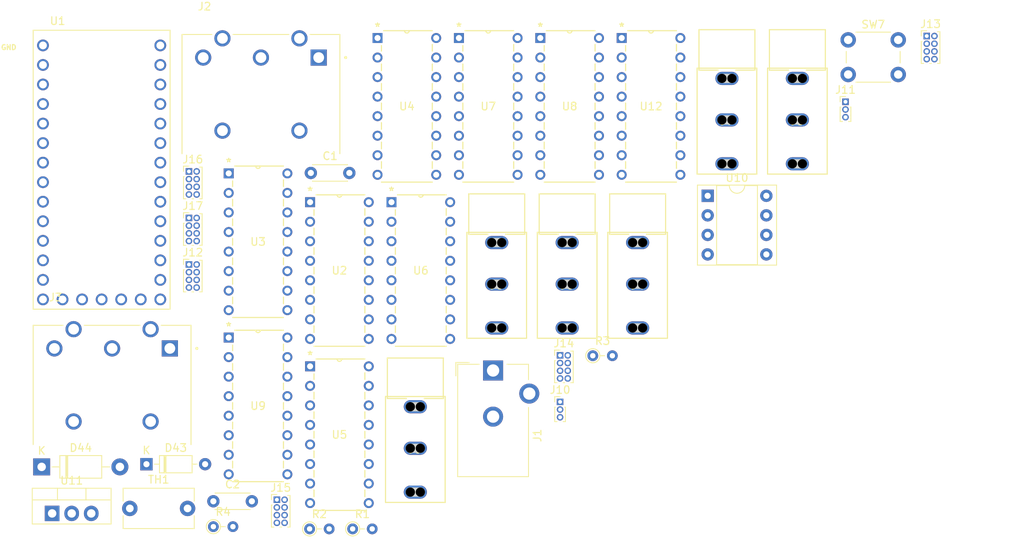
<source format=kicad_pcb>
(kicad_pcb (version 20211014) (generator pcbnew)
  (layers (0 "F.Cu" signal) (31 "B.Cu" signal) (34 "B.Paste" user) (35 "F.Paste" user) (36 "B.SilkS" user "B.Silkscreen") (37 "F.SilkS" user "F.Silkscreen") (38 "B.Mask" user) (39 "F.Mask" user) (44 "Edge.Cuts" user))
  (net 0 "")
  (net 1 "GROUND")
  (net 2 "5VDC")
  (net 3 "Net-(D43-Pad1)")
  (net 4 "Net-(D43-Pad2)")
  (net 7 "Net-(J2-Pad4)")
  (net 8 "Net-(J2-Pad5)")
  (net 12 "Net-(J3-Pad4)")
  (net 13 "MIDI IN")
  (net 14 "MIDI OUT")
  (net 15 "B1_1")
  (net 16 "B1_2")
  (net 17 "B1_3")
  (net 18 "B1_4")
  (net 19 "B1_5")
  (net 20 "B1_6")
  (net 21 "B1_7")
  (net 22 "B2_1")
  (net 23 "B2_2")
  (net 24 "B2_3")
  (net 25 "B2_4")
  (net 26 "B2_5")
  (net 27 "B2_6")
  (net 28 "B2_7")
  (net 29 "B3_1")
  (net 30 "B3_2")
  (net 31 "B3_3")
  (net 32 "B3_4")
  (net 33 "B3_5")
  (net 34 "B3_6")
  (net 35 "B3_7")
  (net 36 "B4_1")
  (net 37 "B4_2")
  (net 38 "B4_3")
  (net 39 "B4_4")
  (net 40 "B4_5")
  (net 41 "B4_6")
  (net 42 "B4_7")
  (net 43 "B5_1")
  (net 44 "B5_2")
  (net 45 "B5_3")
  (net 46 "B5_4")
  (net 47 "B5_5")
  (net 48 "B5_6")
  (net 49 "B5_7")
  (net 50 "B6_1")
  (net 51 "B6_2")
  (net 52 "B6_3")
  (net 53 "B6_4")
  (net 54 "B6_5")
  (net 55 "B6_6")
  (net 56 "B6_7")
  (net 57 "MUX_READ")
  (net 58 "M1")
  (net 59 "M2")
  (net 60 "M3")
  (net 61 "M4")
  (net 62 "M5")
  (net 63 "M6")
  (net 64 "LED")
  (net 65 "MuxB3")
  (net 66 "MuxB2")
  (net 67 "MuxB1")
  (net 71 "B1_8")
  (net 73 "B2_8")
  (net 75 "B3_8")
  (net 77 "B4_8")
  (net 79 "B5_8")
  (net 81 "B6_8")
  (net 91 "A0")
  (net 92 "A1")
  (net 93 "A2")
  (net 94 "A3")
  (net 95 "SDA")
  (net 96 "SCL")
  (net 97 "A4")
  (net 98 "A5")
  (net 104 "Net-(C1-Pad1)")
  (net 105 "Net-(D44-Pad2)")
  (net 106 "+5V")
  (net 107 "Net-(SW7-Pad2)")
  (net 108 "MuxA3")
  (net 109 "Net-(U1-PadVIN)")
  (net 111 "MuxA2")
  (net 112 "MuxA1")
  (net 113 "MUX_OUT")
  (net 114 "MuxBD5")
  (net 115 "MuxBD6")
  (net 116 "MuxBD4")
  (net 117 "MuxBD1")
  (net 118 "MuxBD2")
  (net 119 "MuxBD3")
  (net 120 "3VDC")
  (footprint "Button_Switch_THT:SW_PUSH_6mm" (layer "F.Cu") (at 156.15 28.42)
    (fp_text reference "SW7" (at 3.25 -2) (layer "F.SilkS"))
    (fp_text value "SW_Push_SPDT")
    (pad "1" thru_hole circle (at 6.5 0 90) (size 2 2) (drill 1.1) (layers *.Cu *.Mask) (net 105 "Net-(D44-Pad2)"))
    (pad "1" thru_hole circle (at 0 0 90) (size 2 2) (drill 1.1) (layers *.Cu *.Mask) (net 105 "Net-(D44-Pad2)"))
    (pad "2" thru_hole circle (at 6.5 4.5 90) (size 2 2) (drill 1.1) (layers *.Cu *.Mask) (net 107 "Net-(SW7-Pad2)"))
    (pad "2" thru_hole circle (at 0 4.5 90) (size 2 2) (drill 1.1) (layers *.Cu *.Mask) (net 107 "Net-(SW7-Pad2)"))
  )
  (footprint "audioJack:CONN_MJ-3502" (layer "F.Cu") (at 149.5517 38.9854)
    (fp_text reference "J5" (at 0 0 unlocked) (layer "F.SilkS"))
    (fp_text value "MJ-3502")
    (fp_line (start -0.65 5.544) (end 0.65 5.544) (layer "Edge.Cuts") (width 1.2))
    (fp_line (start -0.65 -5.555999) (end 0.65 -5.555999) (layer "Edge.Cuts") (width 1.2))
    (fp_line (start -0.65 -0.155999) (end 0.65 -0.155999) (layer "Edge.Cuts") (width 1.2))
    (pad "" np_thru_hole circle (at 0.65 -0.155999) (size 1.2 1.2) (drill 1.2) (layers))
    (pad "" np_thru_hole circle (at -0.65 -5.555999) (size 1.2 1.2) (drill 1.2) (layers))
    (pad "" np_thru_hole circle (at 0.65 5.544) (size 1.2 1.2) (drill 1.2) (layers))
    (pad "" np_thru_hole circle (at 0.65 -5.555999) (size 1.2 1.2) (drill 1.2) (layers))
    (pad "" np_thru_hole circle (at -0.65 -0.155999) (size 1.2 1.2) (drill 1.2) (layers))
    (pad "" np_thru_hole circle (at -0.65 5.544) (size 1.2 1.2) (drill 1.2) (layers))
    (pad "1" thru_hole oval (at 0 -5.555999) (size 3.008 1.708) (drill 0.0254) (layers *.Cu *.Mask) (net 1 "GROUND"))
    (pad "2" thru_hole oval (at 0 -0.155999) (size 3.008 1.708) (drill 0.0254) (layers *.Cu *.Mask) (net 1 "GROUND"))
    (pad "3" thru_hole oval (at 0 5.544) (size 3.008 1.708) (drill 0.0254) (layers *.Cu *.Mask) (net 93 "A2"))
  )
  (footprint "cd74hc4051:N16" (layer "F.Cu") (at 93.8829 67.2977)
    (fp_text reference "U2" (at -3.81 -8.89 unlocked) (layer "F.SilkS"))
    (fp_text value "CD74HC4050E")
    (fp_text user "*" (at -7.62 -19.1897) (layer "F.SilkS"))
    (fp_text user "*" (at -7.62 -19.1897 unlocked) (layer "F.SilkS"))
    (pad "1" thru_hole rect (at -7.62 -17.78) (size 1.2954 1.2954) (drill 0.7874) (layers *.Cu *.Mask) (net 2 "5VDC"))
    (pad "2" thru_hole circle (at -7.62 -15.24) (size 1.2954 1.2954) (drill 0.7874) (layers *.Cu *.Mask) (net 112 "MuxA1"))
    (pad "3" thru_hole circle (at -7.62 -12.7) (size 1.2954 1.2954) (drill 0.7874) (layers *.Cu *.Mask) (net 58 "M1"))
    (pad "4" thru_hole circle (at -7.62 -10.16) (size 1.2954 1.2954) (drill 0.7874) (layers *.Cu *.Mask) (net 111 "MuxA2"))
    (pad "5" thru_hole circle (at -7.62 -7.62) (size 1.2954 1.2954) (drill 0.7874) (layers *.Cu *.Mask) (net 59 "M2"))
    (pad "6" thru_hole circle (at -7.62 -5.08) (size 1.2954 1.2954) (drill 0.7874) (layers *.Cu *.Mask) (net 108 "MuxA3"))
    (pad "7" thru_hole circle (at -7.62 -2.54) (size 1.2954 1.2954) (drill 0.7874) (layers *.Cu *.Mask) (net 60 "M3"))
    (pad "8" thru_hole circle (at -7.62 0) (size 1.2954 1.2954) (drill 0.7874) (layers *.Cu *.Mask) (net 1 "GROUND"))
    (pad "9" thru_hole circle (at 0 0) (size 1.2954 1.2954) (drill 0.7874) (layers *.Cu *.Mask) (net 61 "M4"))
    (pad "10" thru_hole circle (at 0 -2.54) (size 1.2954 1.2954) (drill 0.7874) (layers *.Cu *.Mask) (net 67 "MuxB1"))
    (pad "11" thru_hole circle (at 0 -5.08) (size 1.2954 1.2954) (drill 0.7874) (layers *.Cu *.Mask) (net 62 "M5"))
    (pad "12" thru_hole circle (at 0 -7.62) (size 1.2954 1.2954) (drill 0.7874) (layers *.Cu *.Mask) (net 66 "MuxB2"))
    (pad "13" thru_hole circle (at 0 -10.16) (size 1.2954 1.2954) (drill 0.7874) (layers *.Cu *.Mask))
    (pad "14" thru_hole circle (at 0 -12.7) (size 1.2954 1.2954) (drill 0.7874) (layers *.Cu *.Mask) (net 63 "M6"))
    (pad "15" thru_hole circle (at 0 -15.24) (size 1.2954 1.2954) (drill 0.7874) (layers *.Cu *.Mask) (net 65 "MuxB3"))
    (pad "16" thru_hole circle (at 0 -17.78) (size 1.2954 1.2954) (drill 0.7874) (layers *.Cu *.Mask))
  )
  (footprint "Capacitor_THT:C_Disc_D9.0mm_W5.0mm_P7.50mm" (layer "F.Cu") (at 62.85 89.33)
    (fp_text reference "TH1" (at 3.75 -3.75) (layer "F.SilkS"))
    (fp_text value "Thermistor")
    (pad "1" thru_hole circle (at 0 0) (size 2 2) (drill 1) (layers *.Cu *.Mask) (net 2 "5VDC"))
    (pad "2" thru_hole circle (at 7.5 0) (size 2 2) (drill 1) (layers *.Cu *.Mask) (net 107 "Net-(SW7-Pad2)"))
  )
  (footprint "Connector_PinHeader_1.00mm:PinHeader_2x04_P1.00mm_Vertical" (layer "F.Cu") (at 70.53 57.62)
    (fp_text reference "J12" (at 0.5 -1.56) (layer "F.SilkS"))
    (fp_text value "Conn_02x04_Odd_Even_Shielded")
    (pad "1" thru_hole rect (at 0 0) (size 0.85 0.85) (drill 0.5) (layers *.Cu *.Mask) (net 15 "B1_1"))
    (pad "2" thru_hole oval (at 1 0) (size 0.85 0.85) (drill 0.5) (layers *.Cu *.Mask) (net 16 "B1_2"))
    (pad "3" thru_hole oval (at 0 1) (size 0.85 0.85) (drill 0.5) (layers *.Cu *.Mask) (net 17 "B1_3"))
    (pad "4" thru_hole oval (at 1 1) (size 0.85 0.85) (drill 0.5) (layers *.Cu *.Mask) (net 18 "B1_4"))
    (pad "5" thru_hole oval (at 0 2) (size 0.85 0.85) (drill 0.5) (layers *.Cu *.Mask) (net 19 "B1_5"))
    (pad "6" thru_hole oval (at 1 2) (size 0.85 0.85) (drill 0.5) (layers *.Cu *.Mask) (net 20 "B1_6"))
    (pad "7" thru_hole oval (at 0 3) (size 0.85 0.85) (drill 0.5) (layers *.Cu *.Mask) (net 21 "B1_7"))
    (pad "8" thru_hole oval (at 1 3) (size 0.85 0.85) (drill 0.5) (layers *.Cu *.Mask) (net 71 "B1_8"))
  )
  (footprint "Capacitor_THT:C_Disc_D4.3mm_W1.9mm_P5.00mm" (layer "F.Cu") (at 73.7 88.4)
    (fp_text reference "C2" (at 2.5 -2.2) (layer "F.SilkS"))
    (fp_text value "CAP_CERAMIC0402")
    (pad "1" thru_hole circle (at 0 0) (size 1.6 1.6) (drill 0.8) (layers *.Cu *.Mask) (net 104 "Net-(C1-Pad1)"))
    (pad "2" thru_hole circle (at 5 0) (size 1.6 1.6) (drill 0.8) (layers *.Cu *.Mask) (net 1 "GROUND"))
  )
  (footprint "Capacitor_THT:C_Disc_D4.3mm_W1.9mm_P5.00mm" (layer "F.Cu") (at 86.36 45.72)
    (fp_text reference "C1" (at 2.5 -2.2) (layer "F.SilkS"))
    (fp_text value "CAP_CERAMIC0402")
    (pad "1" thru_hole circle (at 0 0) (size 1.6 1.6) (drill 0.8) (layers *.Cu *.Mask) (net 104 "Net-(C1-Pad1)"))
    (pad "2" thru_hole circle (at 5 0) (size 1.6 1.6) (drill 0.8) (layers *.Cu *.Mask) (net 1 "GROUND"))
  )
  (footprint "Resistor_THT:R_Axial_DIN0204_L3.6mm_D1.6mm_P2.54mm_Vertical" (layer "F.Cu") (at 91.79 91.99)
    (fp_text reference "R1" (at 1.27 -1.92) (layer "F.SilkS"))
    (fp_text value "220R")
    (pad "1" thru_hole circle (at 0 0) (size 1.4 1.4) (drill 0.7) (layers *.Cu *.Mask) (net 12 "Net-(J3-Pad4)"))
    (pad "2" thru_hole oval (at 2.54 0) (size 1.4 1.4) (drill 0.7) (layers *.Cu *.Mask) (net 3 "Net-(D43-Pad1)"))
  )
  (footprint "Diode_THT:D_DO-41_SOD81_P10.16mm_Horizontal" (layer "F.Cu") (at 51.4 83.93)
    (fp_text reference "D44" (at 5.08 -2.47) (layer "F.SilkS"))
    (fp_text value "1N4007")
    (fp_text user "K" (at 0 -2.1) (layer "F.SilkS"))
    (pad "1" thru_hole rect (at 0 0) (size 2.2 2.2) (drill 1.1) (layers *.Cu *.Mask) (net 104 "Net-(C1-Pad1)"))
    (pad "2" thru_hole oval (at 10.16 0) (size 2.2 2.2) (drill 1.1) (layers *.Cu *.Mask) (net 105 "Net-(D44-Pad2)"))
  )
  (footprint "Diode_THT:D_DO-35_SOD27_P7.62mm_Horizontal" (layer "F.Cu") (at 65.01 83.58)
    (fp_text reference "D43" (at 3.81 -2.12) (layer "F.SilkS"))
    (fp_text value "1N4148")
    (fp_text user "K" (at 0 -1.8) (layer "F.SilkS"))
    (pad "1" thru_hole rect (at 0 0) (size 1.6 1.6) (drill 0.8) (layers *.Cu *.Mask) (net 3 "Net-(D43-Pad1)"))
    (pad "2" thru_hole oval (at 7.62 0) (size 1.6 1.6) (drill 0.8) (layers *.Cu *.Mask) (net 4 "Net-(D43-Pad2)"))
  )
  (footprint "Connector_BarrelJack:BarrelJack_CUI_PJ-102AH_Horizontal" (layer "F.Cu") (at 110.03 71.4)
    (fp_text reference "J1" (at 5.75 8.45 90) (layer "F.SilkS"))
    (fp_text value "Barrel_Jack")
    (pad "1" thru_hole rect (at 0 0) (size 2.6 2.6) (drill 1.6) (layers *.Cu *.Mask) (net 106 "+5V"))
    (pad "2" thru_hole circle (at 0 6) (size 2.6 2.6) (drill 1.6) (layers *.Cu *.Mask) (net 1 "GROUND"))
    (pad "3" thru_hole circle (at 4.7 3) (size 2.6 2.6) (drill 1.6) (layers *.Cu *.Mask))
  )
  (footprint "Connector_PinHeader_1.00mm:PinHeader_2x04_P1.00mm_Vertical" (layer "F.Cu") (at 70.53 45.52)
    (fp_text reference "J16" (at 0.5 -1.56) (layer "F.SilkS"))
    (fp_text value "Conn_02x04_Odd_Even_Shielded")
    (pad "1" thru_hole rect (at 0 0) (size 0.85 0.85) (drill 0.5) (layers *.Cu *.Mask) (net 43 "B5_1"))
    (pad "2" thru_hole oval (at 1 0) (size 0.85 0.85) (drill 0.5) (layers *.Cu *.Mask) (net 44 "B5_2"))
    (pad "3" thru_hole oval (at 0 1) (size 0.85 0.85) (drill 0.5) (layers *.Cu *.Mask) (net 45 "B5_3"))
    (pad "4" thru_hole oval (at 1 1) (size 0.85 0.85) (drill 0.5) (layers *.Cu *.Mask) (net 46 "B5_4"))
    (pad "5" thru_hole oval (at 0 2) (size 0.85 0.85) (drill 0.5) (layers *.Cu *.Mask) (net 47 "B5_5"))
    (pad "6" thru_hole oval (at 1 2) (size 0.85 0.85) (drill 0.5) (layers *.Cu *.Mask) (net 48 "B5_6"))
    (pad "7" thru_hole oval (at 0 3) (size 0.85 0.85) (drill 0.5) (layers *.Cu *.Mask) (net 49 "B5_7"))
    (pad "8" thru_hole oval (at 1 3) (size 0.85 0.85) (drill 0.5) (layers *.Cu *.Mask) (net 79 "B5_8"))
  )
  (footprint "Connector_PinHeader_1.00mm:PinHeader_1x03_P1.00mm_Vertical" (layer "F.Cu") (at 155.8 36.47)
    (fp_text reference "J11" (at 0 -1.56) (layer "F.SilkS"))
    (fp_text value "Conn_01x03")
    (pad "1" thru_hole rect (at 0 0) (size 0.85 0.85) (drill 0.5) (layers *.Cu *.Mask) (net 120 "3VDC"))
    (pad "2" thru_hole oval (at 0 1) (size 0.85 0.85) (drill 0.5) (layers *.Cu *.Mask) (net 1 "GROUND"))
    (pad "3" thru_hole oval (at 0 2) (size 0.85 0.85) (drill 0.5) (layers *.Cu *.Mask) (net 2 "5VDC"))
  )
  (footprint "Connector_PinHeader_1.00mm:PinHeader_2x04_P1.00mm_Vertical" (layer "F.Cu") (at 166.35 27.92)
    (fp_text reference "J13" (at 0.5 -1.56) (layer "F.SilkS"))
    (fp_text value "Conn_02x04_Odd_Even_Shielded")
    (pad "1" thru_hole rect (at 0 0) (size 0.85 0.85) (drill 0.5) (layers *.Cu *.Mask) (net 22 "B2_1"))
    (pad "2" thru_hole oval (at 1 0) (size 0.85 0.85) (drill 0.5) (layers *.Cu *.Mask) (net 23 "B2_2"))
    (pad "3" thru_hole oval (at 0 1) (size 0.85 0.85) (drill 0.5) (layers *.Cu *.Mask) (net 24 "B2_3"))
    (pad "4" thru_hole oval (at 1 1) (size 0.85 0.85) (drill 0.5) (layers *.Cu *.Mask) (net 25 "B2_4"))
    (pad "5" thru_hole oval (at 0 2) (size 0.85 0.85) (drill 0.5) (layers *.Cu *.Mask) (net 26 "B2_5"))
    (pad "6" thru_hole oval (at 1 2) (size 0.85 0.85) (drill 0.5) (layers *.Cu *.Mask) (net 27 "B2_6"))
    (pad "7" thru_hole oval (at 0 3) (size 0.85 0.85) (drill 0.5) (layers *.Cu *.Mask) (net 28 "B2_7"))
    (pad "8" thru_hole oval (at 1 3) (size 0.85 0.85) (drill 0.5) (layers *.Cu *.Mask) (net 73 "B2_8"))
  )
  (footprint "teensy 4.0:MODULE_DEV-15583" (layer "F.Cu") (at 59.19 45.65)
    (fp_text reference "U1" (at -5.715 -19.685) (layer "F.SilkS"))
    (fp_text value "teensy 4.0")
    (fp_text user "GND" (at -12.065 -16.256) (layer "F.SilkS") (effects (font (size 0.64 0.64))))
    (pad "0" thru_hole circle locked (at -7.62 -13.97) (size 1.53 1.53) (drill 1.02) (layers *.Cu *.Mask) (net 13 "MIDI IN"))
    (pad "1" thru_hole circle locked (at -7.62 -11.43) (size 1.53 1.53) (drill 1.02) (layers *.Cu *.Mask) (net 14 "MIDI OUT"))
    (pad "2" thru_hole circle locked (at -7.62 -8.89) (size 1.53 1.53) (drill 1.02) (layers *.Cu *.Mask))
    (pad "3" thru_hole circle locked (at -7.62 -6.35) (size 1.53 1.53) (drill 1.02) (layers *.Cu *.Mask))
    (pad "3.3V_1" thru_hole circle locked (at -2.54 16.51) (size 1.53 1.53) (drill 1.02) (layers *.Cu *.Mask))
    (pad "3.3V_2" thru_hole circle locked (at 7.62 -11.43) (size 1.53 1.53) (drill 1.02) (layers *.Cu *.Mask) (net 120 "3VDC"))
    (pad "4" thru_hole circle locked (at -7.62 -3.81) (size 1.53 1.53) (drill 1.02) (layers *.Cu *.Mask))
    (pad "5" thru_hole circle locked (at -7.62 -1.27) (size 1.53 1.53) (drill 1.02) (layers *.Cu *.Mask))
    (pad "6" thru_hole circle locked (at -7.62 1.27) (size 1.53 1.53) (drill 1.02) (layers *.Cu *.Mask) (net 64 "LED"))
    (pad "7" thru_hole circle locked (at -7.62 3.81) (size 1.53 1.53) (drill 1.02) (layers *.Cu *.Mask) (net 58 "M1"))
    (pad "8" thru_hole circle locked (at -7.62 6.35) (size 1.53 1.53) (drill 1.02) (layers *.Cu *.Mask) (net 59 "M2"))
    (pad "9" thru_hole circle locked (at -7.62 8.89) (size 1.53 1.53) (drill 1.02) (layers *.Cu *.Mask) (net 60 "M3"))
    (pad "10" thru_hole circle locked (at -7.62 11.43) (size 1.53 1.53) (drill 1.02) (layers *.Cu *.Mask) (net 61 "M4"))
    (pad "11" thru_hole circle locked (at -7.62 13.97) (size 1.53 1.53) (drill 1.02) (layers *.Cu *.Mask) (net 62 "M5"))
    (pad "12" thru_hole circle locked (at -7.62 16.51) (size 1.53 1.53) (drill 1.02) (layers *.Cu *.Mask) (net 63 "M6"))
    (pad "13" thru_hole circle locked (at 7.62 16.51) (size 1.53 1.53) (drill 1.02) (layers *.Cu *.Mask))
    (pad "14" thru_hole circle locked (at 7.62 13.97) (size 1.53 1.53) (drill 1.02) (layers *.Cu *.Mask) (net 91 "A0"))
    (pad "15" thru_hole circle locked (at 7.62 11.43) (size 1.53 1.53) (drill 1.02) (layers *.Cu *.Mask) (net 92 "A1"))
    (pad "16" thru_hole circle locked (at 7.62 8.89) (size 1.53 1.53) (drill 1.02) (layers *.Cu *.Mask) (net 93 "A2"))
    (pad "17" thru_hole circle locked (at 7.62 6.35) (size 1.53 1.53) (drill 1.02) (layers *.Cu *.Mask) (net 94 "A3"))
    (pad "18" thru_hole circle locked (at 7.62 3.81) (size 1.53 1.53) (drill 1.02) (layers *.Cu *.Mask) (net 95 "SDA"))
    (pad "19" thru_hole circle locked (at 7.62 1.27) (size 1.53 1.53) (drill 1.02) (layers *.Cu *.Mask) (net 96 "SCL"))
    (pad "20" thru_hole circle locked (at 7.62 -1.27) (size 1.53 1.53) (drill 1.02) (layers *.Cu *.Mask) (net 97 "A4"))
    (pad "21" thru_hole circle locked (at 7.62 -3.81) (size 1.53 1.53) (drill 1.02) (layers *.Cu *.Mask) (net 98 "A5"))
    (pad "22" thru_hole circle locked (at 7.62 -6.35) (size 1.53 1.53) (drill 1.02) (layers *.Cu *.Mask) (net 57 "MUX_READ"))
    (pad "23" thru_hole circle locked (at 7.62 -8.89) (size 1.53 1.53) (drill 1.02) (layers *.Cu *.Mask))
    (pad "G1" thru_hole circle locked (at -7.62 -16.51) (size 1.53 1.53) (drill 1.02) (layers *.Cu *.Mask) (net 1 "GROUND"))
    (pad "G2" thru_hole circle locked (at 0 16.51) (size 1.53 1.53) (drill 1.02) (layers *.Cu *.Mask) (net 1 "GROUND"))
    (pad "G3" thru_hole circle locked (at 7.62 -13.97) (size 1.53 1.53) (drill 1.02) (layers *.Cu *.Mask) (net 1 "GROUND"))
    (pad "ON-OFF" thru_hole circle locked (at 5.08 16.51) (size 1.53 1.53) (drill 1.02) (layers *.Cu *.Mask))
    (pad "PGM" thru_hole circle locked (at 2.54 16.51) (size 1.53 1.53) (drill 1.02) (layers *.Cu *.Mask))
    (pad "VBAT" thru_hole circle locked (at -5.08 16.51) (size 1.53 1.53) (drill 1.02) (layers *.Cu *.Mask))
    (pad "VIN" thru_hole circle locked (at 7.62 -16.51) (size 1.53 1.53) (drill 1.02) (layers *.Cu *.Mask) (net 109 "Net-(U1-PadVIN)"))
  )
  (footprint "cd74hc4051:N16" (layer "F.Cu") (at 134.3529 45.9577)
    (fp_text reference "U12" (at -3.81 -8.89 unlocked) (layer "F.SilkS"))
    (fp_text value "CD74HC4050E")
    (fp_text user "*" (at -7.62 -19.1897 unlocked) (layer "F.SilkS"))
    (fp_text user "*" (at -7.62 -19.1897) (layer "F.SilkS"))
    (pad "1" thru_hole rect (at -7.62 -17.78) (size 1.2954 1.2954) (drill 0.7874) (layers *.Cu *.Mask) (net 120 "3VDC"))
    (pad "2" thru_hole circle (at -7.62 -15.24) (size 1.2954 1.2954) (drill 0.7874) (layers *.Cu *.Mask) (net 57 "MUX_READ"))
    (pad "3" thru_hole circle (at -7.62 -12.7) (size 1.2954 1.2954) (drill 0.7874) (layers *.Cu *.Mask) (net 117 "MuxBD1"))
    (pad "4" thru_hole circle (at -7.62 -10.16) (size 1.2954 1.2954) (drill 0.7874) (layers *.Cu *.Mask) (net 57 "MUX_READ"))
    (pad "5" thru_hole circle (at -7.62 -7.62) (size 1.2954 1.2954) (drill 0.7874) (layers *.Cu *.Mask) (net 118 "MuxBD2"))
    (pad "6" thru_hole circle (at -7.62 -5.08) (size 1.2954 1.2954) (drill 0.7874) (layers *.Cu *.Mask) (net 57 "MUX_READ"))
    (pad "7" thru_hole circle (at -7.62 -2.54) (size 1.2954 1.2954) (drill 0.7874) (layers *.Cu *.Mask) (net 119 "MuxBD3"))
    (pad "8" thru_hole circle (at -7.62 0) (size 1.2954 1.2954) (drill 0.7874) (layers *.Cu *.Mask) (net 1 "GROUND"))
    (pad "9" thru_hole circle (at 0 0) (size 1.2954 1.2954) (drill 0.7874) (layers *.Cu *.Mask) (net 116 "MuxBD4"))
    (pad "10" thru_hole circle (at 0 -2.54) (size 1.2954 1.2954) (drill 0.7874) (layers *.Cu *.Mask) (net 57 "MUX_READ"))
    (pad "11" thru_hole circle (at 0 -5.08) (size 1.2954 1.2954) (drill 0.7874) (layers *.Cu *.Mask) (net 114 "MuxBD5"))
    (pad "12" thru_hole circle (at 0 -7.62) (size 1.2954 1.2954) (drill 0.7874) (layers *.Cu *.Mask) (net 57 "MUX_READ"))
    (pad "13" thru_hole circle (at 0 -10.16) (size 1.2954 1.2954) (drill 0.7874) (layers *.Cu *.Mask))
    (pad "14" thru_hole circle (at 0 -12.7) (size 1.2954 1.2954) (drill 0.7874) (layers *.Cu *.Mask) (net 115 "MuxBD6"))
    (pad "15" thru_hole circle (at 0 -15.24) (size 1.2954 1.2954) (drill 0.7874) (layers *.Cu *.Mask) (net 57 "MUX_READ"))
    (pad "16" thru_hole circle (at 0 -17.78) (size 1.2954 1.2954) (drill 0.7874) (layers *.Cu *.Mask))
  )
  (footprint "midiJack:KYCON_KCDX-5S-N" (layer "F.Cu") (at 60.55 73.28)
    (fp_text reference "J3" (at -7.325 -11.385) (layer "F.SilkS"))
    (fp_text value "MIDI IN")
    (pad "1" thru_hole rect locked (at 7.5 -4.75) (size 2.1 2.1) (drill 1.4) (layers *.Cu *.Mask))
    (pad "2" thru_hole circle locked (at 0 -4.75) (size 2.1 2.1) (drill 1.4) (layers *.Cu *.Mask))
    (pad "3" thru_hole circle locked (at -7.5 -4.75) (size 2.1 2.1) (drill 1.4) (layers *.Cu *.Mask))
    (pad "4" thru_hole circle locked (at 5 -7.25) (size 2.1 2.1) (drill 1.4) (layers *.Cu *.Mask) (net 12 "Net-(J3-Pad4)"))
    (pad "5" thru_hole circle locked (at -5 -7.25) (size 2.1 2.1) (drill 1.4) (layers *.Cu *.Mask) (net 4 "Net-(D43-Pad2)"))
    (pad "G1" thru_hole circle locked (at -5 4.75) (size 2.1 2.1) (drill 1.4) (layers *.Cu *.Mask))
    (pad "G2" thru_hole circle locked (at 5 4.75) (size 2.1 2.1) (drill 1.4) (layers *.Cu *.Mask))
  )
  (footprint "cd74hc4051:N16" (layer "F.Cu") (at 104.4529 67.2977)
    (fp_text reference "U6" (at -3.81 -8.89 unlocked) (layer "F.SilkS"))
    (fp_text value "74HC4051")
    (fp_text user "*" (at -7.62 -19.1897) (layer "F.SilkS"))
    (fp_text user "*" (at -7.62 -19.1897 unlocked) (layer "F.SilkS"))
    (pad "1" thru_hole rect (at -7.62 -17.78) (size 1.2954 1.2954) (drill 0.7874) (layers *.Cu *.Mask) (net 33 "B3_5"))
    (pad "2" thru_hole circle (at -7.62 -15.24) (size 1.2954 1.2954) (drill 0.7874) (layers *.Cu *.Mask) (net 35 "B3_7"))
    (pad "3" thru_hole circle (at -7.62 -12.7) (size 1.2954 1.2954) (drill 0.7874) (layers *.Cu *.Mask) (net 119 "MuxBD3"))
    (pad "4" thru_hole circle (at -7.62 -10.16) (size 1.2954 1.2954) (drill 0.7874) (layers *.Cu *.Mask) (net 75 "B3_8"))
    (pad "5" thru_hole circle (at -7.62 -7.62) (size 1.2954 1.2954) (drill 0.7874) (layers *.Cu *.Mask) (net 34 "B3_6"))
    (pad "6" thru_hole circle (at -7.62 -5.08) (size 1.2954 1.2954) (drill 0.7874) (layers *.Cu *.Mask) (net 1 "GROUND"))
    (pad "7" thru_hole circle (at -7.62 -2.54) (size 1.2954 1.2954) (drill 0.7874) (layers *.Cu *.Mask))
    (pad "8" thru_hole circle (at -7.62 0) (size 1.2954 1.2954) (drill 0.7874) (layers *.Cu *.Mask) (net 1 "GROUND"))
    (pad "9" thru_hole circle (at 0 0) (size 1.2954 1.2954) (drill 0.7874) (layers *.Cu *.Mask) (net 65 "MuxB3"))
    (pad "10" thru_hole circle (at 0 -2.54) (size 1.2954 1.2954) (drill 0.7874) (layers *.Cu *.Mask) (net 66 "MuxB2"))
    (pad "11" thru_hole circle (at 0 -5.08) (size 1.2954 1.2954) (drill 0.7874) (layers *.Cu *.Mask) (net 67 "MuxB1"))
    (pad "12" thru_hole circle (at 0 -7.62) (size 1.2954 1.2954) (drill 0.7874) (layers *.Cu *.Mask) (net 32 "B3_4"))
    (pad "13" thru_hole circle (at 0 -10.16) (size 1.2954 1.2954) (drill 0.7874) (layers *.Cu *.Mask) (net 29 "B3_1"))
    (pad "14" thru_hole circle (at 0 -12.7) (size 1.2954 1.2954) (drill 0.7874) (layers *.Cu *.Mask) (net 30 "B3_2"))
    (pad "15" thru_hole circle (at 0 -15.24) (size 1.2954 1.2954) (drill 0.7874) (layers *.Cu *.Mask) (net 31 "B3_3"))
    (pad "16" thru_hole circle (at 0 -17.78) (size 1.2954 1.2954) (drill 0.7874) (layers *.Cu *.Mask) (net 2 "5VDC"))
  )
  (footprint "cd74hc4051:N16" (layer "F.Cu") (at 83.3129 63.5577)
    (fp_text reference "U3" (at -3.81 -8.89 unlocked) (layer "F.SilkS"))
    (fp_text value "74HC4051")
    (fp_text user "*" (at -7.62 -19.1897 unlocked) (layer "F.SilkS"))
    (fp_text user "*" (at -7.62 -19.1897) (layer "F.SilkS"))
    (pad "1" thru_hole rect (at -7.62 -17.78) (size 1.2954 1.2954) (drill 0.7874) (layers *.Cu *.Mask) (net 114 "MuxBD5"))
    (pad "2" thru_hole circle (at -7.62 -15.24) (size 1.2954 1.2954) (drill 0.7874) (layers *.Cu *.Mask))
    (pad "3" thru_hole circle (at -7.62 -12.7) (size 1.2954 1.2954) (drill 0.7874) (layers *.Cu *.Mask) (net 113 "MUX_OUT"))
    (pad "4" thru_hole circle (at -7.62 -10.16) (size 1.2954 1.2954) (drill 0.7874) (layers *.Cu *.Mask))
    (pad "5" thru_hole circle (at -7.62 -7.62) (size 1.2954 1.2954) (drill 0.7874) (layers *.Cu *.Mask) (net 115 "MuxBD6"))
    (pad "6" thru_hole circle (at -7.62 -5.08) (size 1.2954 1.2954) (drill 0.7874) (layers *.Cu *.Mask) (net 1 "GROUND"))
    (pad "7" thru_hole circle (at -7.62 -2.54) (size 1.2954 1.2954) (drill 0.7874) (layers *.Cu *.Mask))
    (pad "8" thru_hole circle (at -7.62 0) (size 1.2954 1.2954) (drill 0.7874) (layers *.Cu *.Mask) (net 1 "GROUND"))
    (pad "9" thru_hole circle (at 0 0) (size 1.2954 1.2954) (drill 0.7874) (layers *.Cu *.Mask) (net 108 "MuxA3"))
    (pad "10" thru_hole circle (at 0 -2.54) (size 1.2954 1.2954) (drill 0.7874) (layers *.Cu *.Mask) (net 111 "MuxA2"))
    (pad "11" thru_hole circle (at 0 -5.08) (size 1.2954 1.2954) (drill 0.7874) (layers *.Cu *.Mask) (net 112 "MuxA1"))
    (pad "12" thru_hole circle (at 0 -7.62) (size 1.2954 1.2954) (drill 0.7874) (layers *.Cu *.Mask) (net 116 "MuxBD4"))
    (pad "13" thru_hole circle (at 0 -10.16) (size 1.2954 1.2954) (drill 0.7874) (layers *.Cu *.Mask) (net 117 "MuxBD1"))
    (pad "14" thru_hole circle (at 0 -12.7) (size 1.2954 1.2954) (drill 0.7874) (layers *.Cu *.Mask) (net 118 "MuxBD2"))
    (pad "15" thru_hole circle (at 0 -15.24) (size 1.2954 1.2954) (drill 0.7874) (layers *.Cu *.Mask) (net 119 "MuxBD3"))
    (pad "16" thru_hole circle (at 0 -17.78) (size 1.2954 1.2954) (drill 0.7874) (layers *.Cu *.Mask) (net 2 "5VDC"))
  )
  (footprint "audioJack:CONN_MJ-3502" (layer "F.Cu") (at 140.4017 38.9854)
    (fp_text reference "J7" (at 0 0 unlocked) (layer "F.SilkS"))
    (fp_text value "MJ-3502")
    (fp_line (start -0.65 -5.555999) (end 0.65 -5.555999) (layer "Edge.Cuts") (width 1.2))
    (fp_line (start -0.65 5.544) (end 0.65 5.544) (layer "Edge.Cuts") (width 1.2))
    (fp_line (start -0.65 -0.155999) (end 0.65 -0.155999) (layer "Edge.Cuts") (width 1.2))
    (pad "" np_thru_hole circle (at -0.65 -0.155999) (size 1.2 1.2) (drill 1.2) (layers))
    (pad "" np_thru_hole circle (at 0.65 -5.555999) (size 1.2 1.2) (drill 1.2) (layers))
    (pad "" np_thru_hole circle (at -0.65 -5.555999) (size 1.2 1.2) (drill 1.2) (layers))
    (pad "" np_thru_hole circle (at 0.65 5.544) (size 1.2 1.2) (drill 1.2) (layers))
    (pad "" np_thru_hole circle (at -0.65 5.544) (size 1.2 1.2) (drill 1.2) (layers))
    (pad "" np_thru_hole circle (at 0.65 -0.155999) (size 1.2 1.2) (drill 1.2) (layers))
    (pad "1" thru_hole oval (at 0 -5.555999) (size 3.008 1.708) (drill 0.0254) (layers *.Cu *.Mask) (net 1 "GROUND"))
    (pad "2" thru_hole oval (at 0 -0.155999) (size 3.008 1.708) (drill 0.0254) (layers *.Cu *.Mask) (net 1 "GROUND"))
    (pad "3" thru_hole oval (at 0 5.544) (size 3.008 1.708) (drill 0.0254) (layers *.Cu *.Mask) (net 91 "A0"))
  )
  (footprint "cd74hc4051:N16" (layer "F.Cu") (at 93.8829 88.6377)
    (fp_text reference "U5" (at -3.81 -8.89 unlocked) (layer "F.SilkS"))
    (fp_text value "74HC4051")
    (fp_text user "*" (at -7.62 -19.1897) (layer "F.SilkS"))
    (fp_text user "*" (at -7.62 -19.1897 unlocked) (layer "F.SilkS"))
    (pad "1" thru_hole rect (at -7.62 -17.78) (size 1.2954 1.2954) (drill 0.7874) (layers *.Cu *.Mask) (net 26 "B2_5"))
    (pad "2" thru_hole circle (at -7.62 -15.24) (size 1.2954 1.2954) (drill 0.7874) (layers *.Cu *.Mask) (net 28 "B2_7"))
    (pad "3" thru_hole circle (at -7.62 -12.7) (size 1.2954 1.2954) (drill 0.7874) (layers *.Cu *.Mask) (net 118 "MuxBD2"))
    (pad "4" thru_hole circle (at -7.62 -10.16) (size 1.2954 1.2954) (drill 0.7874) (layers *.Cu *.Mask) (net 73 "B2_8"))
    (pad "5" thru_hole circle (at -7.62 -7.62) (size 1.2954 1.2954) (drill 0.7874) (layers *.Cu *.Mask) (net 27 "B2_6"))
    (pad "6" thru_hole circle (at -7.62 -5.08) (size 1.2954 1.2954) (drill 0.7874) (layers *.Cu *.Mask) (net 1 "GROUND"))
    (pad "7" thru_hole circle (at -7.62 -2.54) (size 1.2954 1.2954) (drill 0.7874) (layers *.Cu *.Mask))
    (pad "8" thru_hole circle (at -7.62 0) (size 1.2954 1.2954) (drill 0.7874) (layers *.Cu *.Mask) (net 1 "GROUND"))
    (pad "9" thru_hole circle (at 0 0) (size 1.2954 1.2954) (drill 0.7874) (layers *.Cu *.Mask) (net 65 "MuxB3"))
    (pad "10" thru_hole circle (at 0 -2.54) (size 1.2954 1.2954) (drill 0.7874) (layers *.Cu *.Mask) (net 66 "MuxB2"))
    (pad "11" thru_hole circle (at 0 -5.08) (size 1.2954 1.2954) (drill 0.7874) (layers *.Cu *.Mask) (net 67 "MuxB1"))
    (pad "12" thru_hole circle (at 0 -7.62) (size 1.2954 1.2954) (drill 0.7874) (layers *.Cu *.Mask) (net 25 "B2_4"))
    (pad "13" thru_hole circle (at 0 -10.16) (size 1.2954 1.2954) (drill 0.7874) (layers *.Cu *.Mask) (net 22 "B2_1"))
    (pad "14" thru_hole circle (at 0 -12.7) (size 1.2954 1.2954) (drill 0.7874) (layers *.Cu *.Mask) (net 23 "B2_2"))
    (pad "15" thru_hole circle (at 0 -15.24) (size 1.2954 1.2954) (drill 0.7874) (layers *.Cu *.Mask) (net 24 "B2_3"))
    (pad "16" thru_hole circle (at 0 -17.78) (size 1.2954 1.2954) (drill 0.7874) (layers *.Cu *.Mask) (net 2 "5VDC"))
  )
  (footprint "Connector_PinHeader_1.00mm:PinHeader_2x04_P1.00mm_Vertical" (layer "F.Cu") (at 70.53 51.57)
    (fp_text reference "J17" (at 0.5 -1.56) (layer "F.SilkS"))
    (fp_text value "Conn_02x04_Odd_Even_Shielded")
    (pad "1" thru_hole rect (at 0 0) (size 0.85 0.85) (drill 0.5) (layers *.Cu *.Mask) (net 50 "B6_1"))
    (pad "2" thru_hole oval (at 1 0) (size 0.85 0.85) (drill 0.5) (layers *.Cu *.Mask) (net 51 "B6_2"))
    (pad "3" thru_hole oval (at 0 1) (size 0.85 0.85) (drill 0.5) (layers *.Cu *.Mask) (net 52 "B6_3"))
    (pad "4" thru_hole oval (at 1 1) (size 0.85 0.85) (drill 0.5) (layers *.Cu *.Mask) (net 53 "B6_4"))
    (pad "5" thru_hole oval (at 0 2) (size 0.85 0.85) (drill 0.5) (layers *.Cu *.Mask) (net 54 "B6_5"))
    (pad "6" thru_hole oval (at 1 2) (size 0.85 0.85) (drill 0.5) (layers *.Cu *.Mask) (net 55 "B6_6"))
    (pad "7" thru_hole oval (at 0 3) (size 0.85 0.85) (drill 0.5) (layers *.Cu *.Mask) (net 56 "B6_7"))
    (pad "8" thru_hole oval (at 1 3) (size 0.85 0.85) (drill 0.5) (layers *.Cu *.Mask) (net 81 "B6_8"))
  )
  (footprint "audioJack:CONN_MJ-3502" (layer "F.Cu") (at 119.6517 60.3254)
    (fp_text reference "J6" (at 0 0 unlocked) (layer "F.SilkS"))
    (fp_text value "MJ-3502")
    (fp_line (start -0.65 -0.155999) (end 0.65 -0.155999) (layer "Edge.Cuts") (width 1.2))
    (fp_line (start -0.65 -5.555999) (end 0.65 -5.555999) (layer "Edge.Cuts") (width 1.2))
    (fp_line (start -0.65 5.544) (end 0.65 5.544) (layer "Edge.Cuts") (width 1.2))
    (pad "" np_thru_hole circle (at -0.65 -5.555999) (size 1.2 1.2) (drill 1.2) (layers))
    (pad "" np_thru_hole circle (at 0.65 -0.155999) (size 1.2 1.2) (drill 1.2) (layers))
    (pad "" np_thru_hole circle (at 0.65 5.544) (size 1.2 1.2) (drill 1.2) (layers))
    (pad "" np_thru_hole circle (at -0.65 5.544) (size 1.2 1.2) (drill 1.2) (layers))
    (pad "" np_thru_hole circle (at 0.65 -5.555999) (size 1.2 1.2) (drill 1.2) (layers))
    (pad "" np_thru_hole circle (at -0.65 -0.155999) (size 1.2 1.2) (drill 1.2) (layers))
    (pad "1" thru_hole oval (at 0 -5.555999) (size 3.008 1.708) (drill 0.0254) (layers *.Cu *.Mask) (net 1 "GROUND"))
    (pad "2" thru_hole oval (at 0 -0.155999) (size 3.008 1.708) (drill 0.0254) (layers *.Cu *.Mask) (net 1 "GROUND"))
    (pad "3" thru_hole oval (at 0 5.544) (size 3.008 1.708) (drill 0.0254) (layers *.Cu *.Mask) (net 92 "A1"))
  )
  (footprint "Resistor_THT:R_Axial_DIN0204_L3.6mm_D1.6mm_P2.54mm_Vertical" (layer "F.Cu") (at 86.2 91.99)
    (fp_text reference "R2" (at 1.27 -1.92) (layer "F.SilkS"))
    (fp_text value "220R")
    (pad "1" thru_hole circle (at 0 0) (size 1.4 1.4) (drill 0.7) (layers *.Cu *.Mask) (net 2 "5VDC"))
    (pad "2" thru_hole oval (at 2.54 0) (size 1.4 1.4) (drill 0.7) (layers *.Cu *.Mask) (net 13 "MIDI IN"))
  )
  (footprint "cd74hc4051:N16" (layer "F.Cu") (at 83.3129 84.8977)
    (fp_text reference "U9" (at -3.81 -8.89 unlocked) (layer "F.SilkS"))
    (fp_text value "74HC4051")
    (fp_text user "*" (at -7.62 -19.1897 unlocked) (layer "F.SilkS"))
    (fp_text user "*" (at -7.62 -19.1897) (layer "F.SilkS"))
    (pad "1" thru_hole rect (at -7.62 -17.78) (size 1.2954 1.2954) (drill 0.7874) (layers *.Cu *.Mask) (net 54 "B6_5"))
    (pad "2" thru_hole circle (at -7.62 -15.24) (size 1.2954 1.2954) (drill 0.7874) (layers *.Cu *.Mask) (net 56 "B6_7"))
    (pad "3" thru_hole circle (at -7.62 -12.7) (size 1.2954 1.2954) (drill 0.7874) (layers *.Cu *.Mask) (net 115 "MuxBD6"))
    (pad "4" thru_hole circle (at -7.62 -10.16) (size 1.2954 1.2954) (drill 0.7874) (layers *.Cu *.Mask) (net 81 "B6_8"))
    (pad "5" thru_hole circle (at -7.62 -7.62) (size 1.2954 1.2954) (drill 0.7874) (layers *.Cu *.Mask) (net 55 "B6_6"))
    (pad "6" thru_hole circle (at -7.62 -5.08) (size 1.2954 1.2954) (drill 0.7874) (layers *.Cu *.Mask) (net 1 "GROUND"))
    (pad "7" thru_hole circle (at -7.62 -2.54) (size 1.2954 1.2954) (drill 0.7874) (layers *.Cu *.Mask))
    (pad "8" thru_hole circle (at -7.62 0) (size 1.2954 1.2954) (drill 0.7874) (layers *.Cu *.Mask) (net 1 "GROUND"))
    (pad "9" thru_hole circle (at 0 0) (size 1.2954 1.2954) (drill 0.7874) (layers *.Cu *.Mask) (net 65 "MuxB3"))
    (pad "10" thru_hole circle (at 0 -2.54) (size 1.2954 1.2954) (drill 0.7874) (layers *.Cu *.Mask) (net 66 "MuxB2"))
    (pad "11" thru_hole circle (at 0 -5.08) (size 1.2954 1.2954) (drill 0.7874) (layers *.Cu *.Mask) (net 67 "MuxB1"))
    (pad "12" thru_hole circle (at 0 -7.62) (size 1.2954 1.2954) (drill 0.7874) (layers *.Cu *.Mask) (net 53 "B6_4"))
    (pad "13" thru_hole circle (at 0 -10.16) (size 1.2954 1.2954) (drill 0.7874) (layers *.Cu *.Mask) (net 50 "B6_1"))
    (pad "14" thru_hole circle (at 0 -12.7) (size 1.2954 1.2954) (drill 0.7874) (layers *.Cu *.Mask) (net 51 "B6_2"))
    (pad "15" thru_hole circle (at 0 -15.24) (size 1.2954 1.2954) (drill 0.7874) (layers *.Cu *.Mask) (net 52 "B6_3"))
    (pad "16" thru_hole circle (at 0 -17.78) (size 1.2954 1.2954) (drill 0.7874) (layers *.Cu *.Mask) (net 2 "5VDC"))
  )
  (footprint "Package_DIP:DIP-8_W7.62mm_Socket" (layer "F.Cu") (at 137.9 48.69)
    (fp_text reference "U10" (at 3.81 -2.33) (layer "F.SilkS"))
    (fp_text value "6N138")
    (pad "1" thru_hole rect (at 0 0) (size 1.6 1.6) (drill 0.8) (layers *.Cu *.Mask))
    (pad "2" thru_hole oval (at 0 2.54) (size 1.6 1.6) (drill 0.8) (layers *.Cu *.Mask) (net 3 "Net-(D43-Pad1)"))
    (pad "3" thru_hole oval (at 0 5.08) (size 1.6 1.6) (drill 0.8) (layers *.Cu *.Mask) (net 4 "Net-(D43-Pad2)"))
    (pad "4" thru_hole oval (at 0 7.62) (size 1.6 1.6) (drill 0.8) (layers *.Cu *.Mask))
    (pad "5" thru_hole oval (at 7.62 7.62) (size 1.6 1.6) (drill 0.8) (layers *.Cu *.Mask) (net 1 "GROUND"))
    (pad "6" thru_hole oval (at 7.62 5.08) (size 1.6 1.6) (drill 0.8) (layers *.Cu *.Mask) (net 13 "MIDI IN"))
    (pad "7" thru_hole oval (at 7.62 2.54) (size 1.6 1.6) (drill 0.8) (layers *.Cu *.Mask))
    (pad "8" thru_hole oval (at 7.62 0) (size 1.6 1.6) (drill 0.8) (layers *.Cu *.Mask) (net 2 "5VDC"))
  )
  (footprint "cd74hc4051:N16" (layer "F.Cu") (at 123.7829 45.9577)
    (fp_text reference "U8" (at -3.81 -8.89 unlocked) (layer "F.SilkS"))
    (fp_text value "74HC4051")
    (fp_text user "*" (at -7.62 -19.1897 unlocked) (layer "F.SilkS"))
    (fp_text user "*" (at -7.62 -19.1897) (layer "F.SilkS"))
    (pad "1" thru_hole rect (at -7.62 -17.78) (size 1.2954 1.2954) (drill 0.7874) (layers *.Cu *.Mask) (net 47 "B5_5"))
    (pad "2" thru_hole circle (at -7.62 -15.24) (size 1.2954 1.2954) (drill 0.7874) (layers *.Cu *.Mask) (net 49 "B5_7"))
    (pad "3" thru_hole circle (at -7.62 -12.7) (size 1.2954 1.2954) (drill 0.7874) (layers *.Cu *.Mask) (net 114 "MuxBD5"))
    (pad "4" thru_hole circle (at -7.62 -10.16) (size 1.2954 1.2954) (drill 0.7874) (layers *.Cu *.Mask) (net 79 "B5_8"))
    (pad "5" thru_hole circle (at -7.62 -7.62) (size 1.2954 1.2954) (drill 0.7874) (layers *.Cu *.Mask) (net 48 "B5_6"))
    (pad "6" thru_hole circle (at -7.62 -5.08) (size 1.2954 1.2954) (drill 0.7874) (layers *.Cu *.Mask) (net 1 "GROUND"))
    (pad "7" thru_hole circle (at -7.62 -2.54) (size 1.2954 1.2954) (drill 0.7874) (layers *.Cu *.Mask))
    (pad "8" thru_hole circle (at -7.62 0) (size 1.2954 1.2954) (drill 0.7874) (layers *.Cu *.Mask) (net 1 "GROUND"))
    (pad "9" thru_hole circle (at 0 0) (size 1.2954 1.2954) (drill 0.7874) (layers *.Cu *.Mask) (net 65 "MuxB3"))
    (pad "10" thru_hole circle (at 0 -2.54) (size 1.2954 1.2954) (drill 0.7874) (layers *.Cu *.Mask) (net 66 "MuxB2"))
    (pad "11" thru_hole circle (at 0 -5.08) (size 1.2954 1.2954) (drill 0.7874) (layers *.Cu *.Mask) (net 67 "MuxB1"))
    (pad "12" thru_hole circle (at 0 -7.62) (size 1.2954 1.2954) (drill 0.7874) (layers *.Cu *.Mask) (net 46 "B5_4"))
    (pad "13" thru_hole circle (at 0 -10.16) (size 1.2954 1.2954) (drill 0.7874) (layers *.Cu *.Mask) (net 43 "B5_1"))
    (pad "14" thru_hole circle (at 0 -12.7) (size 1.2954 1.2954) (drill 0.7874) (layers *.Cu *.Mask) (net 44 "B5_2"))
    (pad "15" thru_hole circle (at 0 -15.24) (size 1.2954 1.2954) (drill 0.7874) (layers *.Cu *.Mask) (net 45 "B5_3"))
    (pad "16" thru_hole circle (at 0 -17.78) (size 1.2954 1.2954) (drill 0.7874) (layers *.Cu *.Mask) (net 2 "5VDC"))
  )
  (footprint "Connector_PinHeader_1.00mm:PinHeader_1x03_P1.00mm_Vertical" (layer "F.Cu") (at 118.73 75.48)
    (fp_text reference "J10" (at 0 -1.56) (layer "F.SilkS"))
    (fp_text value "Conn_01x03")
    (pad "1" thru_hole rect (at 0 0) (size 0.85 0.85) (drill 0.5) (layers *.Cu *.Mask) (net 96 "SCL"))
    (pad "2" thru_hole oval (at 0 1) (size 0.85 0.85) (drill 0.5) (layers *.Cu *.Mask) (net 95 "SDA"))
    (pad "3" thru_hole oval (at 0 2) (size 0.85 0.85) (drill 0.5) (layers *.Cu *.Mask) (net 64 "LED"))
  )
  (footprint "cd74hc4051:N16" (layer "F.Cu") (at 102.6429 45.9577)
    (fp_text reference "U4" (at -3.81 -8.89 unlocked) (layer "F.SilkS"))
    (fp_text value "74HC4051")
    (fp_text user "*" (at -7.62 -19.1897) (layer "F.SilkS"))
    (fp_text user "*" (at -7.62 -19.1897 unlocked) (layer "F.SilkS"))
    (pad "1" thru_hole rect (at -7.62 -17.78) (size 1.2954 1.2954) (drill 0.7874) (layers *.Cu *.Mask) (net 19 "B1_5"))
    (pad "2" thru_hole circle (at -7.62 -15.24) (size 1.2954 1.2954) (drill 0.7874) (layers *.Cu *.Mask) (net 21 "B1_7"))
    (pad "3" thru_hole circle (at -7.62 -12.7) (size 1.2954 1.2954) (drill 0.7874) (layers *.Cu *.Mask) (net 117 "MuxBD1"))
    (pad "4" thru_hole circle (at -7.62 -10.16) (size 1.2954 1.2954) (drill 0.7874) (layers *.Cu *.Mask) (net 71 "B1_8"))
    (pad "5" thru_hole circle (at -7.62 -7.62) (size 1.2954 1.2954) (drill 0.7874) (layers *.Cu *.Mask) (net 20 "B1_6"))
    (pad "6" thru_hole circle (at -7.62 -5.08) (size 1.2954 1.2954) (drill 0.7874) (layers *.Cu *.Mask) (net 1 "GROUND"))
    (pad "7" thru_hole circle (at -7.62 -2.54) (size 1.2954 1.2954) (drill 0.7874) (layers *.Cu *.Mask))
    (pad "8" thru_hole circle (at -7.62 0) (size 1.2954 1.2954) (drill 0.7874) (layers *.Cu *.Mask) (net 1 "GROUND"))
    (pad "9" thru_hole circle (at 0 0) (size 1.2954 1.2954) (drill 0.7874) (layers *.Cu *.Mask) (net 65 "MuxB3"))
    (pad "10" thru_hole circle (at 0 -2.54) (size 1.2954 1.2954) (drill 0.7874) (layers *.Cu *.Mask) (net 66 "MuxB2"))
    (pad "11" thru_hole circle (at 0 -5.08) (size 1.2954 1.2954) (drill 0.7874) (layers *.Cu *.Mask) (net 67 "MuxB1"))
    (pad "12" thru_hole circle (at 0 -7.62) (size 1.2954 1.2954) (drill 0.7874) (layers *.Cu *.Mask) (net 18 "B1_4"))
    (pad "13" thru_hole circle (at 0 -10.16) (size 1.2954 1.2954) (drill 0.7874) (layers *.Cu *.Mask) (net 15 "B1_1"))
    (pad "14" thru_hole circle (at 0 -12.7) (size 1.2954 1.2954) (drill 0.7874) (layers *.Cu *.Mask) (net 16 "B1_2"))
    (pad "15" thru_hole circle (at 0 -15.24) (size 1.2954 1.2954) (drill 0.7874) (layers *.Cu *.Mask) (net 17 "B1_3"))
    (pad "16" thru_hole circle (at 0 -17.78) (size 1.2954 1.2954) (drill 0.7874) (layers *.Cu *.Mask) (net 2 "5VDC"))
  )
  (footprint "audioJack:CONN_MJ-3502" (layer "F.Cu") (at 99.9317 81.6654)
    (fp_text reference "J9" (at 0 0 unlocked) (layer "F.SilkS"))
    (fp_text value "MJ-3502")
    (fp_line (start -0.65 -5.555999) (end 0.65 -5.555999) (layer "Edge.Cuts") (width 1.2))
    (fp_line (start -0.65 5.544) (end 0.65 5.544) (layer "Edge.Cuts") (width 1.2))
    (fp_line (start -0.65 -0.155999) (end 0.65 -0.155999) (layer "Edge.Cuts") (width 1.2))
    (pad "" np_thru_hole circle (at -0.65 -5.555999) (size 1.2 1.2) (drill 1.2) (layers))
    (pad "" np_thru_hole circle (at -0.65 -0.155999) (size 1.2 1.2) (drill 1.2) (layers))
    (pad "" np_thru_hole circle (at -0.65 5.544) (size 1.2 1.2) (drill 1.2) (layers))
    (pad "" np_thru_hole circle (at 0.65 -5.555999) (size 1.2 1.2) (drill 1.2) (layers))
    (pad "" np_thru_hole circle (at 0.65 -0.155999) (size 1.2 1.2) (drill 1.2) (layers))
    (pad "" np_thru_hole circle (at 0.65 5.544) (size 1.2 1.2) (drill 1.2) (layers))
    (pad "1" thru_hole oval (at 0 -5.555999) (size 3.008 1.708) (drill 0.0254) (layers *.Cu *.Mask) (net 1 "GROUND"))
    (pad "2" thru_hole oval (at 0 -0.155999) (size 3.008 1.708) (drill 0.0254) (layers *.Cu *.Mask) (net 1 "GROUND"))
    (pad "3" thru_hole oval (at 0 5.544) (size 3.008 1.708) (drill 0.0254) (layers *.Cu *.Mask) (net 98 "A5"))
  )
  (footprint "cd74hc4051:N16" (layer "F.Cu") (at 113.2129 45.9577)
    (fp_text reference "U7" (at -3.81 -8.89 unlocked) (layer "F.SilkS"))
    (fp_text value "74HC4051")
    (fp_text user "*" (at -7.62 -19.1897) (layer "F.SilkS"))
    (fp_text user "*" (at -7.62 -19.1897 unlocked) (layer "F.SilkS"))
    (pad "1" thru_hole rect (at -7.62 -17.78) (size 1.2954 1.2954) (drill 0.7874) (layers *.Cu *.Mask) (net 40 "B4_5"))
    (pad "2" thru_hole circle (at -7.62 -15.24) (size 1.2954 1.2954) (drill 0.7874) (layers *.Cu *.Mask) (net 42 "B4_7"))
    (pad "3" thru_hole circle (at -7.62 -12.7) (size 1.2954 1.2954) (drill 0.7874) (layers *.Cu *.Mask) (net 116 "MuxBD4"))
    (pad "4" thru_hole circle (at -7.62 -10.16) (size 1.2954 1.2954) (drill 0.7874) (layers *.Cu *.Mask) (net 77 "B4_8"))
    (pad "5" thru_hole circle (at -7.62 -7.62) (size 1.2954 1.2954) (drill 0.7874) (layers *.Cu *.Mask) (net 41 "B4_6"))
    (pad "6" thru_hole circle (at -7.62 -5.08) (size 1.2954 1.2954) (drill 0.7874) (layers *.Cu *.Mask) (net 1 "GROUND"))
    (pad "7" thru_hole circle (at -7.62 -2.54) (size 1.2954 1.2954) (drill 0.7874) (layers *.Cu *.Mask))
    (pad "8" thru_hole circle (at -7.62 0) (size 1.2954 1.2954) (drill 0.7874) (layers *.Cu *.Mask) (net 1 "GROUND"))
    (pad "9" thru_hole circle (at 0 0) (size 1.2954 1.2954) (drill 0.7874) (layers *.Cu *.Mask) (net 65 "MuxB3"))
    (pad "10" thru_hole circle (at 0 -2.54) (size 1.2954 1.2954) (drill 0.7874) (layers *.Cu *.Mask) (net 66 "MuxB2"))
    (pad "11" thru_hole circle (at 0 -5.08) (size 1.2954 1.2954) (drill 0.7874) (layers *.Cu *.Mask) (net 67 "MuxB1"))
    (pad "12" thru_hole circle (at 0 -7.62) (size 1.2954 1.2954) (drill 0.7874) (layers *.Cu *.Mask) (net 39 "B4_4"))
    (pad "13" thru_hole circle (at 0 -10.16) (size 1.2954 1.2954) (drill 0.7874) (layers *.Cu *.Mask) (net 36 "B4_1"))
    (pad "14" thru_hole circle (at 0 -12.7) (size 1.2954 1.2954) (drill 0.7874) (layers *.Cu *.Mask) (net 37 "B4_2"))
    (pad "15" thru_hole circle (at 0 -15.24) (size 1.2954 1.2954) (drill 0.7874) (layers *.Cu *.Mask) (net 38 "B4_3"))
    (pad "16" thru_hole circle (at 0 -17.78) (size 1.2954 1.2954) (drill 0.7874) (layers *.Cu *.Mask) (net 2 "5VDC"))
  )
  (footprint "midiJack:KYCON_KCDX-5S-N" (layer "F.Cu") (at 79.88 35.47)
    (fp_text reference "J2" (at -7.325 -11.385) (layer "F.SilkS"))
    (fp_text value "MIDI OUT")
    (pad "1" thru_hole rect locked (at 7.5 -4.75) (size 2.1 2.1) (drill 1.4) (layers *.Cu *.Mask))
    (pad "2" thru_hole circle locked (at 0 -4.75) (size 2.1 2.1) (drill 1.4) (layers *.Cu *.Mask) (net 1 "GROUND"))
    (pad "3" thru_hole circle locked (at -7.5 -4.75) (size 2.1 2.1) (drill 1.4) (layers *.Cu *.Mask))
    (pad "4" thru_hole circle locked (at 5 -7.25) (size 2.1 2.1) (drill 1.4) (layers *.Cu *.Mask) (net 7 "Net-(J2-Pad4)"))
    (pad "5" thru_hole circle locked (at -5 -7.25) (size 2.1 2.1) (drill 1.4) (layers *.Cu *.Mask) (net 8 "Net-(J2-Pad5)"))
    (pad "G1" thru_hole circle locked (at -5 4.75) (size 2.1 2.1) (drill 1.4) (layers *.Cu *.Mask))
    (pad "G2" thru_hole circle locked (at 5 4.75) (size 2.1 2.1) (drill 1.4) (layers *.Cu *.Mask))
  )
  (footprint "Resistor_THT:R_Axial_DIN0204_L3.6mm_D1.6mm_P2.54mm_Vertical" (layer "F.Cu") (at 122.98 69.48)
    (fp_text reference "R3" (at 1.27 -1.92) (layer "F.SilkS"))
    (fp_text value "220R")
    (pad "1" thru_hole circle (at 0 0) (size 1.4 1.4) (drill 0.7) (layers *.Cu *.Mask) (net 7 "Net-(J2-Pad4)"))
    (pad "2" thru_hole oval (at 2.54 0) (size 1.4 1.4) (drill 0.7) (layers *.Cu *.Mask) (net 14 "MIDI OUT"))
  )
  (footprint "audioJack:CONN_MJ-3502" (layer "F.Cu") (at 128.8017 60.3254)
    (fp_text reference "J4" (at 0 0 unlocked) (layer "F.SilkS"))
    (fp_text value "MJ-3502")
    (fp_line (start -0.65 5.544) (end 0.65 5.544) (layer "Edge.Cuts") (width 1.2))
    (fp_line (start -0.65 -0.155999) (end 0.65 -0.155999) (layer "Edge.Cuts") (width 1.2))
    (fp_line (start -0.65 -5.555999) (end 0.65 -5.555999) (layer "Edge.Cuts") (width 1.2))
    (pad "" np_thru_hole circle (at 0.65 -0.155999) (size 1.2 1.2) (drill 1.2) (layers))
    (pad "" np_thru_hole circle (at -0.65 -0.155999) (size 1.2 1.2) (drill 1.2) (layers))
    (pad "" np_thru_hole circle (at -0.65 5.544) (size 1.2 1.2) (drill 1.2) (layers))
    (pad "" np_thru_hole circle (at 0.65 5.544) (size 1.2 1.2) (drill 1.2) (layers))
    (pad "" np_thru_hole circle (at 0.65 -5.555999) (size 1.2 1.2) (drill 1.2) (layers))
    (pad "" np_thru_hole circle (at -0.65 -5.555999) (size 1.2 1.2) (drill 1.2) (layers))
    (pad "1" thru_hole oval (at 0 -5.555999) (size 3.008 1.708) (drill 0.0254) (layers *.Cu *.Mask) (net 1 "GROUND"))
    (pad "2" thru_hole oval (at 0 -0.155999) (size 3.008 1.708) (drill 0.0254) (layers *.Cu *.Mask) (net 1 "GROUND"))
    (pad "3" thru_hole oval (at 0 5.544) (size 3.008 1.708) (drill 0.0254) (layers *.Cu *.Mask) (net 94 "A3"))
  )
  (footprint "Package_TO_SOT_THT:TO-220-3_Vertical" (layer "F.Cu") (at 52.76 89.98)
    (fp_text reference "U11" (at 2.54 -4.27) (layer "F.SilkS"))
    (fp_text value "LM317_TO-220")
    (pad "1" thru_hole rect (at 0 0) (size 1.905 2) (drill 1.1) (layers *.Cu *.Mask))
    (pad "2" thru_hole oval (at 2.54 0) (size 1.905 2) (drill 1.1) (layers *.Cu *.Mask) (net 109 "Net-(U1-PadVIN)"))
    (pad "3" thru_hole oval (at 5.08 0) (size 1.905 2) (drill 1.1) (layers *.Cu *.Mask) (net 104 "Net-(C1-Pad1)"))
  )
  (footprint "audioJack:CONN_MJ-3502" (layer "F.Cu") (at 110.5017 60.3254)
    (fp_text reference "J8" (at 0 0 unlocked) (layer "F.SilkS"))
    (fp_text value "MJ-3502")
    (fp_line (start -0.65 -0.155999) (end 0.65 -0.155999) (layer "Edge.Cuts") (width 1.2))
    (fp_line (start -0.65 5.544) (end 0.65 5.544) (layer "Edge.Cuts") (width 1.2))
    (fp_line (start -0.65 -5.555999) (end 0.65 -5.555999) (layer "Edge.Cuts") (width 1.2))
    (pad "" np_thru_hole circle (at -0.65 -0.155999) (size 1.2 1.2) (drill 1.2) (layers))
    (pad "" np_thru_hole circle (at -0.65 5.544) (size 1.2 1.2) (drill 1.2) (layers))
    (pad "" np_thru_hole circle (at 0.65 -5.555999) (size 1.2 1.2) (drill 1.2) (layers))
    (pad "" np_thru_hole circle (at 0.65 5.544) (size 1.2 1.2) (drill 1.2) (layers))
    (pad "" np_thru_hole circle (at -0.65 -5.555999) (size 1.2 1.2) (drill 1.2) (layers))
    (pad "" np_thru_hole circle (at 0.65 -0.155999) (size 1.2 1.2) (drill 1.2) (layers))
    (pad "1" thru_hole oval (at 0 -5.555999) (size 3.008 1.708) (drill 0.0254) (layers *.Cu *.Mask) (net 1 "GROUND"))
    (pad "2" thru_hole oval (at 0 -0.155999) (size 3.008 1.708) (drill 0.0254) (layers *.Cu *.Mask) (net 1 "GROUND"))
    (pad "3" thru_hole oval (at 0 5.544) (size 3.008 1.708) (drill 0.0254) (layers *.Cu *.Mask) (net 97 "A4"))
  )
  (footprint "Resistor_THT:R_Axial_DIN0204_L3.6mm_D1.6mm_P2.54mm_Vertical" (layer "F.Cu") (at 73.7 91.7)
    (fp_text reference "R4" (at 1.27 -1.92) (layer "F.SilkS"))
    (fp_text value "220R")
    (pad "1" thru_hole circle (at 0 0) (size 1.4 1.4) (drill 0.7) (layers *.Cu *.Mask) (net 2 "5VDC"))
    (pad "2" thru_hole oval (at 2.54 0) (size 1.4 1.4) (drill 0.7) (layers *.Cu *.Mask) (net 8 "Net-(J2-Pad5)"))
  )
  (footprint "Connector_PinHeader_1.00mm:PinHeader_2x04_P1.00mm_Vertical" (layer "F.Cu") (at 118.73 69.43)
    (fp_text reference "J14" (at 0.5 -1.56) (layer "F.SilkS"))
    (fp_text value "Conn_02x04_Odd_Even_Shielded")
    (pad "1" thru_hole rect (at 0 0) (size 0.85 0.85) (drill 0.5) (layers *.Cu *.Mask) (net 29 "B3_1"))
    (pad "2" thru_hole oval (at 1 0) (size 0.85 0.85) (drill 0.5) (layers *.Cu *.Mask) (net 30 "B3_2"))
    (pad "3" thru_hole oval (at 0 1) (size 0.85 0.85) (drill 0.5) (layers *.Cu *.Mask) (net 31 "B3_3"))
    (pad "4" thru_hole oval (at 1 1) (size 0.85 0.85) (drill 0.5) (layers *.Cu *.Mask) (net 32 "B3_4"))
    (pad "5" thru_hole oval (at 0 2) (size 0.85 0.85) (drill 0.5) (layers *.Cu *.Mask) (net 33 "B3_5"))
    (pad "6" thru_hole oval (at 1 2) (size 0.85 0.85) (drill 0.5) (layers *.Cu *.Mask) (net 34 "B3_6"))
    (pad "7" thru_hole oval (at 0 3) (size 0.85 0.85) (drill 0.5) (layers *.Cu *.Mask) (net 35 "B3_7"))
    (pad "8" thru_hole oval (at 1 3) (size 0.85 0.85) (drill 0.5) (layers *.Cu *.Mask) (net 75 "B3_8"))
  )
  (footprint "Connector_PinHeader_1.00mm:PinHeader_2x04_P1.00mm_Vertical" (layer "F.Cu") (at 81.95 88.2)
    (fp_text reference "J15" (at 0.5 -1.56) (layer "F.SilkS"))
    (fp_text value "Conn_02x04_Odd_Even_Shielded")
    (pad "1" thru_hole rect (at 0 0) (size 0.85 0.85) (drill 0.5) (layers *.Cu *.Mask) (net 36 "B4_1"))
    (pad "2" thru_hole oval (at 1 0) (size 0.85 0.85) (drill 0.5) (layers *.Cu *.Mask) (net 37 "B4_2"))
    (pad "3" thru_hole oval (at 0 1) (size 0.85 0.85) (drill 0.5) (layers *.Cu *.Mask) (net 38 "B4_3"))
    (pad "4" thru_hole oval (at 1 1) (size 0.85 0.85) (drill 0.5) (layers *.Cu *.Mask) (net 39 "B4_4"))
    (pad "5" thru_hole oval (at 0 2) (size 0.85 0.85) (drill 0.5) (layers *.Cu *.Mask) (net 40 "B4_5"))
    (pad "6" thru_hole oval (at 1 2) (size 0.85 0.85) (drill 0.5) (layers *.Cu *.Mask) (net 41 "B4_6"))
    (pad "7" thru_hole oval (at 0 3) (size 0.85 0.85) (drill 0.5) (layers *.Cu *.Mask) (net 42 "B4_7"))
    (pad "8" thru_hole oval (at 1 3) (size 0.85 0.85) (drill 0.5) (layers *.Cu *.Mask) (net 77 "B4_8"))
  )
)
</source>
